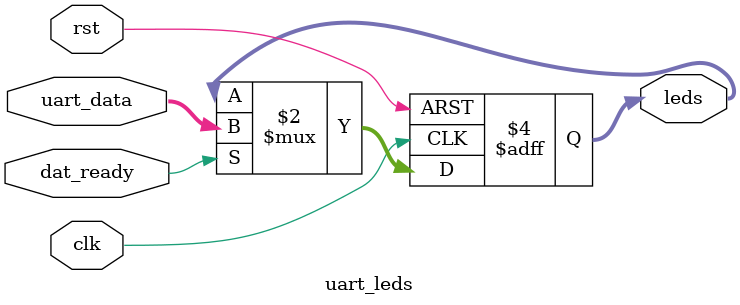
<source format=v>
module uart_leds
 (
   input            rst,
   input            clk,
   input            dat_ready,
   input      [7:0] uart_data,
   output reg [7:0] leds
  );

  always @ (posedge rst, posedge clk)
  begin
    if (rst)
      leds <= 0;
    else begin
      if (dat_ready)
        leds <= uart_data;
    end
  end

endmodule

</source>
